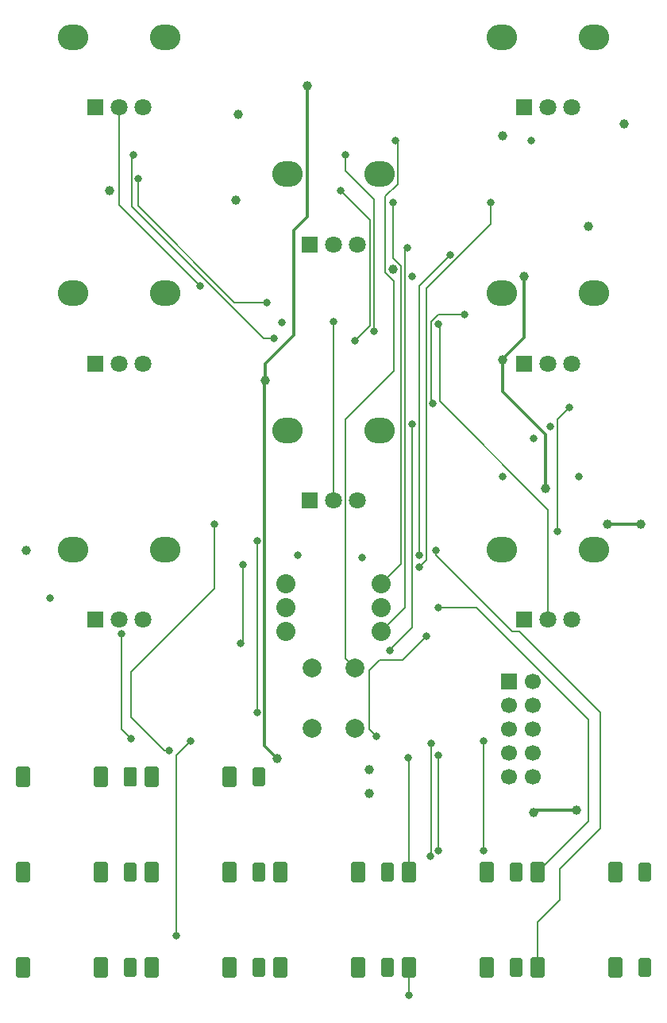
<source format=gbr>
%TF.GenerationSoftware,KiCad,Pcbnew,9.0.0*%
%TF.CreationDate,2025-03-18T19:24:19-04:00*%
%TF.ProjectId,200_Plattform,3230305f-506c-4617-9474-666f726d2e6b,A1*%
%TF.SameCoordinates,Original*%
%TF.FileFunction,Copper,L4,Bot*%
%TF.FilePolarity,Positive*%
%FSLAX45Y45*%
G04 Gerber Fmt 4.5, Leading zero omitted, Abs format (unit mm)*
G04 Created by KiCad (PCBNEW 9.0.0) date 2025-03-18 19:24:19*
%MOMM*%
%LPD*%
G01*
G04 APERTURE LIST*
G04 Aperture macros list*
%AMRoundRect*
0 Rectangle with rounded corners*
0 $1 Rounding radius*
0 $2 $3 $4 $5 $6 $7 $8 $9 X,Y pos of 4 corners*
0 Add a 4 corners polygon primitive as box body*
4,1,4,$2,$3,$4,$5,$6,$7,$8,$9,$2,$3,0*
0 Add four circle primitives for the rounded corners*
1,1,$1+$1,$2,$3*
1,1,$1+$1,$4,$5*
1,1,$1+$1,$6,$7*
1,1,$1+$1,$8,$9*
0 Add four rect primitives between the rounded corners*
20,1,$1+$1,$2,$3,$4,$5,0*
20,1,$1+$1,$4,$5,$6,$7,0*
20,1,$1+$1,$6,$7,$8,$9,0*
20,1,$1+$1,$8,$9,$2,$3,0*%
G04 Aperture macros list end*
%TA.AperFunction,ComponentPad*%
%ADD10O,3.240000X2.720000*%
%TD*%
%TA.AperFunction,ComponentPad*%
%ADD11R,1.800000X1.800000*%
%TD*%
%TA.AperFunction,ComponentPad*%
%ADD12C,1.800000*%
%TD*%
%TA.AperFunction,ComponentPad*%
%ADD13RoundRect,0.269231X0.430769X-0.730769X0.430769X0.730769X-0.430769X0.730769X-0.430769X-0.730769X0*%
%TD*%
%TA.AperFunction,ComponentPad*%
%ADD14RoundRect,0.176056X0.573944X-0.923944X0.573944X0.923944X-0.573944X0.923944X-0.573944X-0.923944X0*%
%TD*%
%TA.AperFunction,ComponentPad*%
%ADD15C,2.000000*%
%TD*%
%TA.AperFunction,ComponentPad*%
%ADD16C,2.032000*%
%TD*%
%TA.AperFunction,ComponentPad*%
%ADD17RoundRect,0.191257X0.508743X-0.808743X0.508743X0.808743X-0.508743X0.808743X-0.508743X-0.808743X0*%
%TD*%
%TA.AperFunction,ComponentPad*%
%ADD18R,1.700000X1.700000*%
%TD*%
%TA.AperFunction,ComponentPad*%
%ADD19C,1.700000*%
%TD*%
%TA.AperFunction,ViaPad*%
%ADD20C,0.800000*%
%TD*%
%TA.AperFunction,ViaPad*%
%ADD21C,1.000000*%
%TD*%
%TA.AperFunction,Conductor*%
%ADD22C,0.203200*%
%TD*%
%TA.AperFunction,Conductor*%
%ADD23C,0.200000*%
%TD*%
%TA.AperFunction,Conductor*%
%ADD24C,0.300000*%
%TD*%
G04 APERTURE END LIST*
D10*
%TO.P,RV5,*%
%TO.N,*%
X7358600Y-8190800D03*
X8338600Y-8190800D03*
D11*
%TO.P,RV5,1,1*%
%TO.N,GND*%
X7598600Y-8940800D03*
D12*
%TO.P,RV5,2,2*%
%TO.N,pot_5*%
X7848600Y-8940800D03*
%TO.P,RV5,3,3*%
%TO.N,+3.3V*%
X8098600Y-8940800D03*
%TD*%
D13*
%TO.P,J7,S*%
%TO.N,GND*%
X8420100Y-13919200D03*
D14*
%TO.P,J7,T*%
%TO.N,in_7*%
X7280100Y-13919200D03*
%TO.P,J7,TN*%
%TO.N,unconnected-(J7-PadTN)*%
X8110100Y-13919200D03*
%TD*%
D13*
%TO.P,J3,S*%
%TO.N,GND*%
X8420100Y-12903200D03*
D14*
%TO.P,J3,T*%
%TO.N,in_3*%
X7280100Y-12903200D03*
%TO.P,J3,TN*%
%TO.N,unconnected-(J3-PadTN)*%
X8110100Y-12903200D03*
%TD*%
D13*
%TO.P,J8,S*%
%TO.N,GND*%
X9791700Y-13919200D03*
D14*
%TO.P,J8,T*%
%TO.N,in_8*%
X8651700Y-13919200D03*
%TO.P,J8,TN*%
%TO.N,unconnected-(J8-PadTN)*%
X9481700Y-13919200D03*
%TD*%
D10*
%TO.P,RV8,*%
%TO.N,*%
X9644600Y-9460800D03*
X10624600Y-9460800D03*
D11*
%TO.P,RV8,1,1*%
%TO.N,GND*%
X9884600Y-10210800D03*
D12*
%TO.P,RV8,2,2*%
%TO.N,pot_8*%
X10134600Y-10210800D03*
%TO.P,RV8,3,3*%
%TO.N,+3.3V*%
X10384600Y-10210800D03*
%TD*%
D15*
%TO.P,SW1,1,1*%
%TO.N,GND*%
X7623600Y-11374000D03*
%TO.P,SW1,2,2*%
X7623600Y-10724000D03*
%TO.P,SW1,3,K*%
%TO.N,TACTILE_SW*%
X8073600Y-11374000D03*
%TO.P,SW1,4,A*%
X8073600Y-10724000D03*
%TD*%
D16*
%TO.P,SW3,1,A*%
%TO.N,TOGGLE2_1*%
X8356600Y-9829800D03*
%TO.P,SW3,2,B*%
%TO.N,GND*%
X8356600Y-10083800D03*
%TO.P,SW3,3,C*%
%TO.N,TOGGLE2_3*%
X8356600Y-10337800D03*
%TD*%
D10*
%TO.P,RV1,*%
%TO.N,*%
X5072600Y-3999800D03*
X6052600Y-3999800D03*
D11*
%TO.P,RV1,1,1*%
%TO.N,GND*%
X5312600Y-4749800D03*
D12*
%TO.P,RV1,2,2*%
%TO.N,pot_1*%
X5562600Y-4749800D03*
%TO.P,RV1,3,3*%
%TO.N,+3.3V*%
X5812600Y-4749800D03*
%TD*%
D13*
%TO.P,J5,S*%
%TO.N,GND*%
X5676900Y-13919200D03*
D14*
%TO.P,J5,T*%
%TO.N,in_5*%
X4536900Y-13919200D03*
%TO.P,J5,TN*%
%TO.N,unconnected-(J5-PadTN)*%
X5366900Y-13919200D03*
%TD*%
D13*
%TO.P,J9,S*%
%TO.N,GND*%
X7048497Y-11887200D03*
D14*
%TO.P,J9,T*%
%TO.N,GATE_IN*%
X5908497Y-11887200D03*
%TO.P,J9,TN*%
%TO.N,unconnected-(J9-PadTN)*%
X6738497Y-11887200D03*
%TD*%
%TO.P,J10,R*%
%TO.N,/Jacks/MIDI_SOURCE*%
X5366900Y-11887200D03*
D17*
%TO.P,J10,S*%
%TO.N,unconnected-(J10-PadS)*%
X5676900Y-11887200D03*
D14*
%TO.P,J10,T*%
%TO.N,/Jacks/MIDI_SINK*%
X4536900Y-11887200D03*
%TD*%
D13*
%TO.P,J1,S*%
%TO.N,GND*%
X5676900Y-12903200D03*
D14*
%TO.P,J1,T*%
%TO.N,in_1*%
X4536900Y-12903200D03*
%TO.P,J1,TN*%
%TO.N,unconnected-(J1-PadTN)*%
X5366900Y-12903200D03*
%TD*%
D10*
%TO.P,RV6,*%
%TO.N,*%
X9644600Y-3999800D03*
X10624600Y-3999800D03*
D11*
%TO.P,RV6,1,1*%
%TO.N,GND*%
X9884600Y-4749800D03*
D12*
%TO.P,RV6,2,2*%
%TO.N,pot_6*%
X10134600Y-4749800D03*
%TO.P,RV6,3,3*%
%TO.N,+3.3V*%
X10384600Y-4749800D03*
%TD*%
D13*
%TO.P,J6,S*%
%TO.N,GND*%
X7048500Y-13919200D03*
D14*
%TO.P,J6,T*%
%TO.N,in_6*%
X5908500Y-13919200D03*
%TO.P,J6,TN*%
%TO.N,unconnected-(J6-PadTN)*%
X6738500Y-13919200D03*
%TD*%
D10*
%TO.P,RV3,*%
%TO.N,*%
X5072600Y-9460800D03*
X6052600Y-9460800D03*
D11*
%TO.P,RV3,1,1*%
%TO.N,GND*%
X5312600Y-10210800D03*
D12*
%TO.P,RV3,2,2*%
%TO.N,pot_3*%
X5562600Y-10210800D03*
%TO.P,RV3,3,3*%
%TO.N,+3.3V*%
X5812600Y-10210800D03*
%TD*%
D13*
%TO.P,J12,S*%
%TO.N,GND*%
X11163300Y-13919200D03*
D14*
%TO.P,J12,T*%
%TO.N,Net-(J12-PadT)*%
X10023300Y-13919200D03*
%TO.P,J12,TN*%
%TO.N,unconnected-(J12-PadTN)*%
X10853300Y-13919200D03*
%TD*%
D16*
%TO.P,SW2,1,A*%
%TO.N,TOGGLE1_1*%
X7340600Y-9829800D03*
%TO.P,SW2,2,B*%
%TO.N,GND*%
X7340600Y-10083800D03*
%TO.P,SW2,3,C*%
%TO.N,TOGGLE1_3*%
X7340600Y-10337800D03*
%TD*%
D10*
%TO.P,RV4,*%
%TO.N,*%
X7358600Y-5460300D03*
X8338600Y-5460300D03*
D11*
%TO.P,RV4,1,1*%
%TO.N,GND*%
X7598600Y-6210300D03*
D12*
%TO.P,RV4,2,2*%
%TO.N,pot_4*%
X7848600Y-6210300D03*
%TO.P,RV4,3,3*%
%TO.N,+3.3V*%
X8098600Y-6210300D03*
%TD*%
D13*
%TO.P,J2,S*%
%TO.N,GND*%
X7048500Y-12903200D03*
D14*
%TO.P,J2,T*%
%TO.N,in_2*%
X5908500Y-12903200D03*
%TO.P,J2,TN*%
%TO.N,unconnected-(J2-PadTN)*%
X6738500Y-12903200D03*
%TD*%
D13*
%TO.P,J11,S*%
%TO.N,GND*%
X11163300Y-12903200D03*
D14*
%TO.P,J11,T*%
%TO.N,Net-(J11-PadT)*%
X10023300Y-12903200D03*
%TO.P,J11,TN*%
%TO.N,unconnected-(J11-PadTN)*%
X10853300Y-12903200D03*
%TD*%
D10*
%TO.P,RV2,*%
%TO.N,*%
X5072600Y-6730300D03*
X6052600Y-6730300D03*
D11*
%TO.P,RV2,1,1*%
%TO.N,GND*%
X5312600Y-7480300D03*
D12*
%TO.P,RV2,2,2*%
%TO.N,pot_2*%
X5562600Y-7480300D03*
%TO.P,RV2,3,3*%
%TO.N,+3.3V*%
X5812600Y-7480300D03*
%TD*%
D18*
%TO.P,J17,1,-12V*%
%TO.N,Net-(D5-K)*%
X9718800Y-10873200D03*
D19*
%TO.P,J17,2,-12V*%
X9972800Y-10873200D03*
%TO.P,J17,3,gnd*%
%TO.N,GND*%
X9718800Y-11127200D03*
%TO.P,J17,4,gnd*%
X9972800Y-11127200D03*
%TO.P,J17,5,gnd*%
X9718800Y-11381200D03*
%TO.P,J17,6,gnd*%
X9972800Y-11381200D03*
%TO.P,J17,7,gnd*%
X9718800Y-11635200D03*
%TO.P,J17,8,gnd*%
X9972800Y-11635200D03*
%TO.P,J17,9,+12V*%
%TO.N,Net-(D4-A)*%
X9718800Y-11889200D03*
%TO.P,J17,10,+12V*%
X9972800Y-11889200D03*
%TD*%
D10*
%TO.P,RV7,*%
%TO.N,*%
X9644600Y-6730300D03*
X10624600Y-6730300D03*
D11*
%TO.P,RV7,1,1*%
%TO.N,GND*%
X9884600Y-7480300D03*
D12*
%TO.P,RV7,2,2*%
%TO.N,pot_7*%
X10134600Y-7480300D03*
%TO.P,RV7,3,3*%
%TO.N,+3.3V*%
X10384600Y-7480300D03*
%TD*%
D13*
%TO.P,J4,S*%
%TO.N,GND*%
X9791700Y-12903200D03*
D14*
%TO.P,J4,T*%
%TO.N,in_4*%
X8651700Y-12903200D03*
%TO.P,J4,TN*%
%TO.N,unconnected-(J4-PadTN)*%
X9481700Y-12903200D03*
%TD*%
D20*
%TO.N,POT_MUX_ADC_Y*%
X5765800Y-5511800D03*
X7137400Y-6832600D03*
%TO.N,POT_MUX_A*%
X8280400Y-7137400D03*
X7975600Y-5257800D03*
%TO.N,POT_MUX_ADC_X*%
X7213600Y-7213600D03*
X5714997Y-5257797D03*
%TO.N,POT_MUX_B*%
X8077200Y-7239000D03*
X7922460Y-5636460D03*
%TO.N,LED_RIGHT*%
X6858000Y-10464800D03*
X6883400Y-9626600D03*
%TO.N,AUDIO_RIGHT*%
X5689600Y-11480800D03*
X5588000Y-10363200D03*
%TO.N,AUDIO_LEFT*%
X6578600Y-9194800D03*
X6096000Y-11607800D03*
%TO.N,LED_LEFT*%
X7035800Y-11201400D03*
X7035800Y-9372600D03*
%TO.N,CV_OUT_2*%
X8305800Y-11455403D03*
X8838011Y-10389789D03*
%TO.N,TOGGLE2_1*%
X8483600Y-5765800D03*
%TO.N,TOGGLE1_1*%
X8763000Y-9525000D03*
X9093200Y-6324600D03*
%TO.N,TOGGLE2_3*%
X8635999Y-6248401D03*
%TO.N,analog_out_2*%
X10236200Y-9271000D03*
X10363200Y-7950200D03*
D21*
%TO.N,+12V*%
X10769600Y-9194800D03*
X10439400Y-12242800D03*
X11127240Y-9194800D03*
X9982200Y-12268200D03*
D20*
%TO.N,GND*%
X10160000Y-8153400D03*
X9652000Y-8686800D03*
X7298711Y-7047089D03*
D21*
X10566400Y-6019800D03*
X10947400Y-4927600D03*
X9652000Y-5054600D03*
D20*
X10464800Y-8686800D03*
X8153400Y-9550400D03*
X9956800Y-5105400D03*
D21*
X5461000Y-5638800D03*
X6807200Y-5740400D03*
X8229600Y-12065000D03*
D20*
X4826000Y-9982200D03*
X7467600Y-9525000D03*
D21*
X8229499Y-11813500D03*
D20*
X8686800Y-6553200D03*
X9982200Y-8280400D03*
D21*
%TO.N,-12V*%
X9880600Y-6553200D03*
X7569200Y-4521200D03*
X10109200Y-8813800D03*
X7120200Y-7657600D03*
X9652000Y-7442194D03*
X7250200Y-11694600D03*
%TO.N,+3.3V*%
X6832600Y-4826000D03*
X8483600Y-6477000D03*
X4572000Y-9474200D03*
D20*
%TO.N,-5V*%
X9245600Y-6959599D03*
X8909360Y-7911028D03*
%TO.N,TOGGLE1_3*%
X8763000Y-9652000D03*
X9525000Y-5765800D03*
%TO.N,in_1*%
X9448800Y-11506200D03*
X9448800Y-12674600D03*
%TO.N,in_5*%
X6172200Y-13576300D03*
X6324600Y-11506200D03*
%TO.N,in_2*%
X8966198Y-12674600D03*
X8966200Y-11658600D03*
%TO.N,TACTILE_SW*%
X8509000Y-5105400D03*
%TO.N,in_3*%
X8878501Y-12733066D03*
X8890000Y-11531600D03*
%TO.N,in_4*%
X8640614Y-11679386D03*
%TO.N,in_8*%
X8648700Y-14211300D03*
%TO.N,CV_OUT_1*%
X8686800Y-8128000D03*
X8452770Y-10541285D03*
%TO.N,pot_1*%
X6426200Y-6654800D03*
%TO.N,pot_5*%
X7845233Y-7032433D03*
%TO.N,pot_8*%
X8966200Y-7061200D03*
%TO.N,Net-(J11-PadT)*%
X8966200Y-10083800D03*
%TO.N,Net-(J12-PadT)*%
X8940800Y-9474200D03*
%TD*%
D22*
%TO.N,POT_MUX_ADC_Y*%
X7137400Y-6832600D02*
X6793050Y-6832600D01*
X6793050Y-6832600D02*
X5761840Y-5801390D01*
D23*
X5761840Y-5515760D02*
X5765800Y-5511800D01*
X5761840Y-5566561D02*
X5761840Y-5515760D01*
D22*
X5761840Y-5801390D02*
X5761840Y-5566561D01*
%TO.N,POT_MUX_A*%
X7975600Y-5423228D02*
X7975600Y-5257800D01*
X8280400Y-5728028D02*
X7975600Y-5423228D01*
X8280400Y-7137400D02*
X8280400Y-5728028D01*
D23*
%TO.N,POT_MUX_ADC_X*%
X5714998Y-5257798D02*
X5714997Y-5257797D01*
D22*
X5695640Y-5277156D02*
X5714998Y-5257798D01*
X7102887Y-7213600D02*
X5695640Y-5806353D01*
X7213600Y-7213600D02*
X7102887Y-7213600D01*
X5695640Y-5806353D02*
X5695640Y-5277156D01*
D23*
X5714997Y-5257797D02*
X5714997Y-5257797D01*
%TO.N,POT_MUX_B*%
X7922460Y-5636460D02*
X8240140Y-5954140D01*
X8240140Y-5954140D02*
X8240140Y-7076060D01*
X8240140Y-7076060D02*
X8077200Y-7239000D01*
D22*
%TO.N,LED_RIGHT*%
X6883400Y-9626600D02*
X6883400Y-10439400D01*
X6883400Y-10439400D02*
X6858000Y-10464800D01*
%TO.N,AUDIO_RIGHT*%
X5588000Y-10490200D02*
X5588000Y-10363200D01*
X5689600Y-11480800D02*
X5588000Y-11379200D01*
X5588000Y-11379200D02*
X5588000Y-10490200D01*
%TO.N,AUDIO_LEFT*%
X5685640Y-11248240D02*
X6045200Y-11607800D01*
X6045200Y-11607800D02*
X6096000Y-11607800D01*
X6578600Y-9194800D02*
X6578600Y-9878250D01*
X6578600Y-9878250D02*
X5685640Y-10771210D01*
X5685640Y-10771210D02*
X5685640Y-11248240D01*
%TO.N,LED_LEFT*%
X7035800Y-9372600D02*
X7035800Y-11201400D01*
%TO.N,CV_OUT_2*%
X8230080Y-11379683D02*
X8305800Y-11455403D01*
X8230080Y-10748757D02*
X8230080Y-11379683D01*
X8584720Y-10643080D02*
X8335757Y-10643080D01*
X8335757Y-10643080D02*
X8230080Y-10748757D01*
X8838011Y-10389789D02*
X8584720Y-10643080D01*
%TO.N,TOGGLE2_1*%
X8569160Y-6441560D02*
X8483600Y-6356000D01*
X8483600Y-6356000D02*
X8483600Y-5765800D01*
X8356600Y-9829800D02*
X8569160Y-9617240D01*
X8569160Y-9617240D02*
X8569160Y-6441560D01*
%TO.N,TOGGLE1_1*%
X8763000Y-6654800D02*
X8763000Y-9525000D01*
X9093200Y-6324600D02*
X8763000Y-6654800D01*
%TO.N,TOGGLE2_3*%
X8609640Y-10084760D02*
X8609640Y-6274760D01*
X8609640Y-6274760D02*
X8635999Y-6248401D01*
X8356600Y-10337800D02*
X8609640Y-10084760D01*
%TO.N,analog_out_2*%
X10363200Y-7950200D02*
X10236200Y-8077200D01*
X10236200Y-8077200D02*
X10236200Y-9271000D01*
D24*
%TO.N,+12V*%
X11127240Y-9194800D02*
X10769600Y-9194800D01*
X10439400Y-12242800D02*
X10007600Y-12242800D01*
X10007600Y-12242800D02*
X9982200Y-12268200D01*
%TO.N,-12V*%
X7569200Y-4521200D02*
X7569200Y-5918200D01*
X7110800Y-11555200D02*
X7110800Y-7667000D01*
X7120200Y-7484800D02*
X7120200Y-7657600D01*
X7569200Y-5918200D02*
X7422800Y-6064600D01*
X7422800Y-6064600D02*
X7422800Y-7182200D01*
X7422800Y-7182200D02*
X7120200Y-7484800D01*
X9652000Y-7432900D02*
X9652000Y-7442194D01*
X9880600Y-6553200D02*
X9880600Y-7204300D01*
X7250200Y-11694600D02*
X7110800Y-11555200D01*
X9652000Y-7782936D02*
X9652000Y-7442194D01*
X10109200Y-8813800D02*
X10109200Y-8240136D01*
X10109200Y-8240136D02*
X9652000Y-7782936D01*
X9880600Y-7204300D02*
X9652000Y-7432900D01*
X7110800Y-7667000D02*
X7120200Y-7657600D01*
D22*
%TO.N,-5V*%
X8889520Y-7036279D02*
X8966200Y-6959599D01*
X8909360Y-7911028D02*
X8889520Y-7891188D01*
X8966200Y-6959599D02*
X9245600Y-6959599D01*
X8889520Y-7891188D02*
X8889520Y-7036279D01*
D23*
%TO.N,TOGGLE1_3*%
X9067800Y-6451600D02*
X9525000Y-5994400D01*
X9525000Y-5994400D02*
X9525000Y-5765800D01*
D22*
X8839200Y-9575800D02*
X8839200Y-6680200D01*
X8839200Y-6680200D02*
X9067800Y-6451600D01*
X8763000Y-9652000D02*
X8839200Y-9575800D01*
%TO.N,in_1*%
X9448800Y-12674600D02*
X9448800Y-11506200D01*
D23*
%TO.N,in_5*%
X6172200Y-11658600D02*
X6172200Y-13576300D01*
D22*
X6172200Y-11658600D02*
X6324600Y-11506200D01*
%TO.N,in_2*%
X8966200Y-12674598D02*
X8966198Y-12674600D01*
X8966200Y-11658600D02*
X8966200Y-12674598D01*
D23*
%TO.N,TACTILE_SW*%
X8530700Y-5127100D02*
X8509000Y-5105400D01*
X8489960Y-6604360D02*
X8398040Y-6512440D01*
X8398040Y-6512440D02*
X8398040Y-5698960D01*
X8489960Y-7562840D02*
X7973600Y-8079200D01*
X8489960Y-6604360D02*
X8489960Y-7562840D01*
X7973600Y-8079200D02*
X7973600Y-10624000D01*
X7973600Y-10624000D02*
X8073600Y-10724000D01*
X8530700Y-5566300D02*
X8530700Y-5127100D01*
X8398040Y-5698960D02*
X8530700Y-5566300D01*
D22*
%TO.N,in_3*%
X8890000Y-11531600D02*
X8890000Y-12721567D01*
X8890000Y-12721567D02*
X8878501Y-12733066D01*
%TO.N,in_4*%
X8651700Y-12928600D02*
X8651700Y-11690472D01*
X8651700Y-11690472D02*
X8640614Y-11679386D01*
D23*
%TO.N,in_8*%
X8651700Y-13919200D02*
X8651700Y-14112700D01*
D22*
X8651700Y-14208300D02*
X8651700Y-14112700D01*
X8648700Y-14211300D02*
X8651700Y-14208300D01*
%TO.N,CV_OUT_1*%
X8686800Y-8128000D02*
X8686800Y-10296625D01*
X8452770Y-10530655D02*
X8452770Y-10541285D01*
X8686800Y-10296625D02*
X8452770Y-10530655D01*
%TO.N,pot_1*%
X5562600Y-5791200D02*
X6426200Y-6654800D01*
X5562600Y-4749800D02*
X5562600Y-5791200D01*
D23*
%TO.N,pot_5*%
X7845233Y-7032433D02*
X7848600Y-7035800D01*
X7848600Y-7035800D02*
X7848600Y-8940800D01*
D22*
%TO.N,pot_8*%
X8979520Y-7883331D02*
X10134600Y-9038412D01*
X10134600Y-9038412D02*
X10134600Y-10210800D01*
X8979520Y-7074520D02*
X8979520Y-7883331D01*
X8966200Y-7061200D02*
X8979520Y-7074520D01*
D23*
%TO.N,Net-(J11-PadT)*%
X10023300Y-12903200D02*
X10566400Y-12360100D01*
X10566400Y-12360100D02*
X10566400Y-11277600D01*
X10566400Y-11277600D02*
X9372600Y-10083800D01*
X9372600Y-10083800D02*
X8966200Y-10083800D01*
D22*
%TO.N,Net-(J12-PadT)*%
X9832960Y-10340960D02*
X10693400Y-11201400D01*
X8940800Y-9474200D02*
X8940800Y-9527320D01*
D23*
X10261600Y-13195300D02*
X10023300Y-13433600D01*
X10693400Y-12433300D02*
X10261600Y-12865100D01*
X10023300Y-13433600D02*
X10023300Y-13919200D01*
D22*
X8940800Y-9527320D02*
X9754440Y-10340960D01*
X10693400Y-11201400D02*
X10693400Y-12433300D01*
D23*
X10261600Y-12865100D02*
X10261600Y-13195300D01*
D22*
X9754440Y-10340960D02*
X9832960Y-10340960D01*
%TD*%
M02*

</source>
